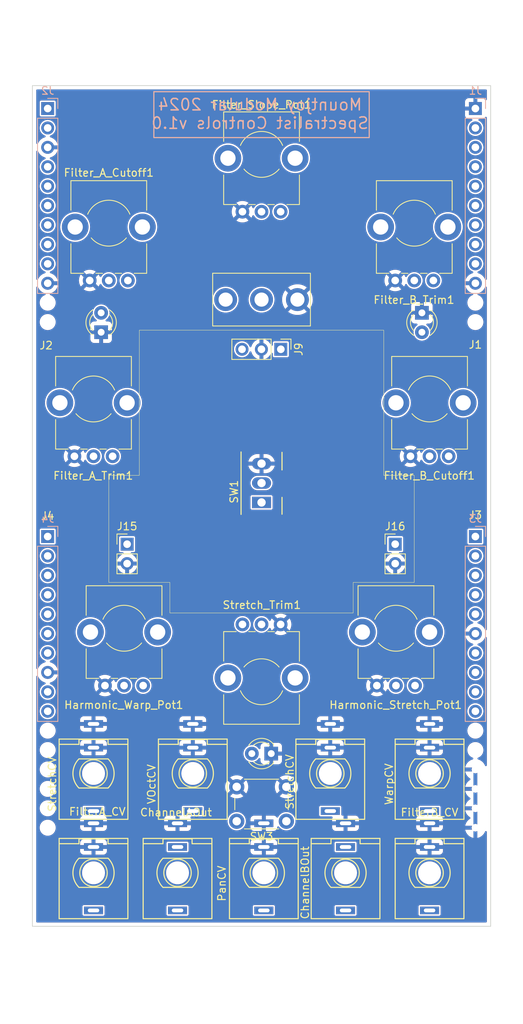
<source format=kicad_pcb>
(kicad_pcb (version 20240108) (generator "pcbnew") (generator_version "8.0")
  (layers (0 "F.Cu" signal) (31 "B.Cu" signal) (34 "B.Paste" user) (35 "F.Paste" user) (36 "B.SilkS" user "B.Silkscreen") (37 "F.SilkS" user "F.Silkscreen") (38 "B.Mask" user) (39 "F.Mask" user) (44 "Edge.Cuts" user))
  (net 0 "")
  (net 1 "GND")
  (net 2 "+3.3VA")
  (net 3 "+3.3V")
  (net 4 "/Filter_A_LED")
  (net 5 "/Filter_B_LED")
  (net 6 "/Octave_LED")
  (net 7 "/Stretch_In")
  (net 8 "/V_Oct_In")
  (net 9 "/Warp_In")
  (net 12 "/Pan_In")
  (net 13 "/Filter_A_In")
  (net 14 "/Filter_B_In")
  (net 15 "/Channel_A_Out")
  (net 16 "/Channel_B_Out")
  (net 17 "/Filter_B_Cutoff")
  (net 18 "/Filter_A_Trim")
  (net 19 "/Filter_A_Cutoff")
  (net 20 "/Harmonic_Mode")
  (net 21 "/Filter_Type")
  (net 22 "/Octave_Btn")
  (net 23 "/Harmonic_Stretch")
  (net 24 "/Harmonic_Warp")
  (net 25 "/Filter_B_Trim")
  (net 26 "/Filter_Slope")
  (net 27 "/Stretch_Trim")
  (net 28 "+12V")
  (net 29 "/LED_SCL")
  (net 30 "/LED_SDA")
  (net 33 "/Filter_Slope_Pot")
  (net 34 "/Filter_B_Trm")
  (net 35 "/Filter_A_Trm")
  (net 36 "/Filter_A_CV_In")
  (net 37 "/Filter_B_Pot")
  (net 38 "/Filter_B_CV_In")
  (net 39 "/Filter_Mode")
  (net 40 "/I2C5_SCL")
  (net 41 "/Filter_A_Pot")
  (net 42 "/I2C5_SDA")
  (net 45 "/Warp_Mode")
  (net 46 "/Filter_Slope_CV_In")
  (net 47 "/Harm_Stretch_CV_In")
  (net 50 "/Pan_CV_In")
  (net 52 "/Harm_Warp_Pot")
  (net 53 "/Harm_Stretch_Trm")
  (net 55 "/Harm_Warp_CV_In")
  (net 56 "/Harm_Stretch_Pot")
  (net 58 "/LED_Filter_B_Out")
  (net 59 "/LED_Filter_A_Out")
  (net 60 "/LED_Oct_Out")
  (net 64 "/Pitch_CV_In")
  (footprint "Custom_Footprints:Alpha_9mm_Potentiometer_Aligned" (layer "F.Cu") (at 110 68)
    (property "Reference" "Filter_A_Cutoff1" (at 0 -6.6 0) (layer "F.SilkS"))
    (property "Value" "B10k")
    (fp_line (start -4.961 -5.56) (end 4.96 -5.56) (stroke (width 0.12)) (layer "F.SilkS"))
    (fp_line (start -4.961 -1.695) (end -4.961 -5.56) (stroke (width 0.12)) (layer "F.SilkS"))
    (fp_line (start -4.961 6.56) (end -4.961 2.694) (stroke (width 0.12)) (layer "F.SilkS"))
    (fp_line (start -4.961 6.56) (end -3.325 6.56) (stroke (width 0.12)) (layer "F.SilkS"))
    (fp_line (start -1.675 6.56) (end -0.825 6.56) (stroke (width 0.12)) (layer "F.SilkS"))
    (fp_line (start 0.825 6.56) (end 1.675 6.56) (stroke (width 0.12)) (layer "F.SilkS"))
    (fp_line (start 3.325 6.56) (end 4.96 6.56) (stroke (width 0.12)) (layer "F.SilkS"))
    (fp_line (start 4.96 -1.695) (end 4.96 -5.56) (stroke (width 0.12)) (layer "F.SilkS"))
    (fp_line (start 4.96 6.56) (end 4.96 2.694) (stroke (width 0.12)) (layer "F.SilkS"))
    (fp_arc (start -2.762432 -1.171982) (mid -0.000553 -3.000762) (end 2.762 -1.173) (stroke (width 0.12)) (layer "F.SilkS"))
    (fp_arc (start 2.297753 1.928295) (mid -0.000192 2.999665) (end -2.298 1.928) (stroke (width 0.12)) (layer "F.SilkS"))
    (pad "" np_thru_hole circle (at -4.4 0.5 90) (size 3.5 3.5) (drill 2) (layers "F&B.Cu" "*.Mask"))
    (pad "" np_thru_hole circle (at 4.4 0.5 90) (size 3.5 3.5) (drill 2) (layers "F&B.Cu" "*.Mask"))
    (pad "1" thru_hole circle (at 2.5 7.5 90) (size 1.8 1.8) (drill 1) (layers "*.Cu" "*.Mask") (net 2 "+3.3VA"))
    (pad "2" thru_hole circle (at 0 7.5 90) (size 1.8 1.8) (drill 1) (layers "*.Cu" "*.Mask") (net 19 "/Filter_A_Cutoff"))
    (pad "3" thru_hole circle (at -2.5 7.5 90) (size 1.8 1.8) (drill 1) (layers "*.Cu" "*.Mask") (net 1 "GND"))
  )
  (footprint "Custom_Footprints:Alpha_9mm_Potentiometer_Aligned" (layer "F.Cu") (at 130 59)
    (property "Reference" "Filter_Slope_Pot1" (at 0 -6.5 0) (layer "F.SilkS"))
    (property "Value" "B10k")
    (fp_line (start -4.961 -5.56) (end 4.96 -5.56) (stroke (width 0.12)) (layer "F.SilkS"))
    (fp_line (start -4.961 -1.695) (end -4.961 -5.56) (stroke (width 0.12)) (layer "F.SilkS"))
    (fp_line (start -4.961 6.56) (end -4.961 2.694) (stroke (width 0.12)) (layer "F.SilkS"))
    (fp_line (start -4.961 6.56) (end -3.325 6.56) (stroke (width 0.12)) (layer "F.SilkS"))
    (fp_line (start -1.675 6.56) (end -0.825 6.56) (stroke (width 0.12)) (layer "F.SilkS"))
    (fp_line (start 0.825 6.56) (end 1.675 6.56) (stroke (width 0.12)) (layer "F.SilkS"))
    (fp_line (start 3.325 6.56) (end 4.96 6.56) (stroke (width 0.12)) (layer "F.SilkS"))
    (fp_line (start 4.96 -1.695) (end 4.96 -5.56) (stroke (width 0.12)) (layer "F.SilkS"))
    (fp_line (start 4.96 6.56) (end 4.96 2.694) (stroke (width 0.12)) (layer "F.SilkS"))
    (fp_arc (start -2.762432 -1.171982) (mid -0.000553 -3.000762) (end 2.762 -1.173) (stroke (width 0.12)) (layer "F.SilkS"))
    (fp_arc (start 2.297753 1.928295) (mid -0.000192 2.999665) (end -2.298 1.928) (stroke (width 0.12)) (layer "F.SilkS"))
    (pad "" np_thru_hole circle (at -4.4 0.5 90) (size 3.5 3.5) (drill 2) (layers "F&B.Cu" "*.Mask"))
    (pad "" np_thru_hole circle (at 4.4 0.5 90) (size 3.5 3.5) (drill 2) (layers "F&B.Cu" "*.Mask"))
    (pad "1" thru_hole circle (at 2.5 7.5 90) (size 1.8 1.8) (drill 1) (layers "*.Cu" "*.Mask") (net 2 "+3.3VA"))
    (pad "2" thru_hole circle (at 0 7.5 90) (size 1.8 1.8) (drill 1) (layers "*.Cu" "*.Mask") (net 26 "/Filter_Slope"))
    (pad "3" thru_hole circle (at -2.5 7.5 90) (size 1.8 1.8) (drill 1) (layers "*.Cu" "*.Mask") (net 1 "GND"))
  )
  (footprint "Custom_Footprints:SPDT_SubMiniature_Aligned" (layer "F.Cu") (at 130 102 90)
    (property "Reference" "SW1" (at -1.14 -3.6 90) (layer "F.SilkS"))
    (property "Value" "Harmonic_Switch")
    (fp_line (start -4.1034 -2.681) (end 4.064 -2.681) (stroke (width 0.15)) (layer "F.SilkS"))
    (fp_line (start 1.714 2.681) (end 4.014 2.681) (stroke (width 0.15)) (layer "F.SilkS"))
    (fp_line (start -4.078 2.681) (end -1.878 2.681) (stroke (width 0.15)) (layer "F.SilkS"))
    (pad "1" thru_hole rect (at -2.54 0 90) (size 1.5 2.5) (drill 1.0922) (layers "*.Cu" "*.Mask") (net 3 "+3.3V"))
    (pad "2" thru_hole oval (at 0 0 90) (size 1.5 2.5) (drill 1.0922) (layers "*.Cu" "*.Mask") (net 20 "/Harmonic_Mode"))
    (pad "3" thru_hole oval (at 2.54 0 90) (size 1.5 2.5) (drill 1.0922) (layers "*.Cu" "*.Mask") (net 1 "GND"))
  )
  (footprint "Custom_Footprints:LED_D3.0mm" (layer "F.Cu") (at 109 81 90)
    (property "Reference" "D1" (hide yes))
    (property "Value" "Filter_A_LED")
    (fp_line (start -1.56 -1.236) (end -1.56 -1.08) (stroke (width 0.12)) (layer "F.SilkS"))
    (fp_line (start -1.56 1.08) (end -1.56 1.236) (stroke (width 0.12)) (layer "F.SilkS"))
    (fp_arc (start -1.56 -1.235516) (mid 0.096487 -1.987659) (end 1.672335 -1.078608) (stroke (width 0.12)) (layer "F.SilkS"))
    (fp_arc (start -1.040961 -1.08) (mid 0.000117 -1.5) (end 1.04113 -1.079837) (stroke (width 0.12)) (layer "F.SilkS"))
    (fp_arc (start 1.672335 1.078608) (mid 0.096487 1.987659) (end -1.56 1.235516) (stroke (width 0.12)) (layer "F.SilkS"))
    (fp_arc (start 1.04113 1.079837) (mid 0.000117 1.5) (end -1.040961 1.08) (stroke (width 0.12)) (layer "F.SilkS"))
    (pad "1" thru_hole rect (at -1.27 0 90) (size 1.8 1.8) (drill 0.9) (layers "*.Cu" "*.Mask") (net 1 "GND"))
    (pad "2" thru_hole circle (at 1.27 0 90) (size 1.8 1.8) (drill 0.9) (layers "*.Cu" "*.Mask") (net 4 "/Filter_A_LED"))
  )
  (footprint "Custom_Footprints:THONKICONN_hole" (layer "F.Cu") (at 141 153 180)
    (property "Reference" "J13" (hide yes))
    (property "Value" "ChannelBOut" (at 5.3 -1.3 90) (layer "F.SilkS"))
    (fp_line (start 4.5 -6) (end 4.5 4.5) (stroke (width 0.15)) (layer "F.SilkS"))
    (fp_line (start 1.905 4.445) (end 1.905 3.81) (stroke (width 0.15)) (layer "F.SilkS"))
    (fp_line (start 1.905 3.81) (end 4.445 3.81) (stroke (width 0.15)) (layer "F.SilkS"))
    (fp_line (start 1.905 1.905) (end -1.905 1.905) (stroke (width 0.15)) (layer "F.SilkS"))
    (fp_line (start -1.905 4.445) (end 1.905 4.445) (stroke (width 0.15)) (layer "F.SilkS"))
    (fp_line (start -1.905 3.81) (end -1.905 4.445) (stroke (width 0.15)) (layer "F.SilkS"))
    (fp_line (start -1.905 -1.905) (end 1.905 -1.905) (stroke (width 0.15)) (layer "F.SilkS"))
    (fp_line (start -4.445 3.81) (end -1.905 3.81) (stroke (width 0.15)) (layer "F.SilkS"))
    (fp_line (start -4.5 4.5) (end 4.5 4.5) (stroke (width 0.15)) (layer "F.SilkS"))
    (fp_line (start -4.5 -6) (end 4.5 -6) (stroke (width 0.15)) (layer "F.SilkS"))
    (fp_line (start -4.5 -6) (end -4.5 4.5) (stroke (width 0.15)) (layer "F.SilkS"))
    (fp_arc (start 1.905 -1.905) (mid 2.694077 0) (end 1.905 1.905) (stroke (width 0.15)) (layer "F.SilkS"))
    (fp_arc (start -1.905 1.905) (mid -2.694077 0) (end -1.905 -1.905) (stroke (width 0.15)) (layer "F.SilkS"))
    (fp_circle (center 0 0) (end 1.27 1.27) (stroke (width 0.15)) (fill none) (layer "F.SilkS"))
    (pad "" np_thru_hole circle (at 0 0 180) (size 2.5 2.5) (drill 2.5) (layers "*.Cu" "*.Mask"))
    (pad "1" thru_hole rect (at 0 6.48 180) (size 2.5 1) (drill oval 1.5 0.5) (layers "*.Cu" "*.Mask") (net 1 "GND"))
    (pad "2" thru_hole rect (at 0 3.38 180) (size 2.5 1) (drill oval 1.5 0.5) (layers "*.Cu" "*.Mask"))
    (pad "3" thru_hole rect (at 0 -4.92 180) (size 2.5 1) (drill oval 1.5 0.5) (layers "*.Cu" "*.Mask") (net 16 "/Channel_B_Out"))
  )
  (footprint "Custom_Footprints:Alpha_9mm_Potentiometer_Aligned" (layer "F.Cu") (at 130 128 180)
    (property "Reference" "Stretch_Trim1" (at -0.04 10.04 0) (layer "F.SilkS"))
    (property "Value" "B10k")
    (fp_line (start 4.96 6.56) (end 4.96 2.694) (stroke (width 0.12)) (layer "F.SilkS"))
    (fp_line (start 4.96 -1.695) (end 4.96 -5.56) (stroke (width 0.12)) (layer "F.SilkS"))
    (fp_line (start 3.325 6.56) (end 4.96 6.56) (stroke (width 0.12)) (layer "F.SilkS"))
    (fp_line (start 0.825 6.56) (end 1.675 6.56) (stroke (width 0.12)) (layer "F.SilkS"))
    (fp_line (start -1.675 6.56) (end -0.825 6.56) (stroke (width 0.12)) (layer "F.SilkS"))
    (fp_line (start -4.961 6.56) (end -3.325 6.56) (stroke (width 0.12)) (layer "F.SilkS"))
    (fp_line (start -4.961 6.56) (end -4.961 2.694) (stroke (width 0.12)) (layer "F.SilkS"))
    (fp_line (start -4.961 -1.695) (end -4.961 -5.56) (stroke (width 0.12)) (layer "F.SilkS"))
    (fp_line (start -4.961 -5.56) (end 4.96 -5.56) (stroke (width 0.12)) (layer "F.SilkS"))
    (fp_arc (start 2.297753 1.928295) (mid -0.000192 2.999665) (end -2.298 1.928) (stroke (width 0.12)) (layer "F.SilkS"))
    (fp_arc (start -2.762432 -1.171982) (mid -0.000553 -3.000762) (end 2.762 -1.173) (stroke (width 0.12)) (layer "F.SilkS"))
    (pad "" np_thru_hole circle (at -4.4 0.5 270) (size 3.5 3.5) (drill 2) (layers "F&B.Cu" "*.Mask"))
    (pad "" np_thru_hole circle (at 4.4 0.5 270) (size 3.5 3.5) (drill 2) (layers "F&B.Cu" "*.Mask"))
    (pad "1" thru_hole circle (at 2.5 7.5 270) (size 1.8 1.8) (drill 1) (layers "*.Cu" "*.Mask") (net 2 "+3.3VA"))
    (pad "2" thru_hole circle (at 0 7.5 270) (size 1.8 1.8) (drill 1) (layers "*.Cu" "*.Mask") (net 27 "/Stretch_Trim"))
    (pad "3" thru_hole circle (at -2.5 7.5 270) (size 1.8 1.8) (drill 1) (layers "*.Cu" "*.Mask") (net 1 "GND"))
  )
  (footprint "Custom_Footprints:THONKICONN_hole" (layer "F.Cu") (at 108 153 180)
    (property "Reference" "J10" (hide yes))
    (property "Value" "FilterA_CV" (at -0.5 8 0) (layer "F.SilkS"))
    (fp_line (start 4.5 -6) (end 4.5 4.5) (stroke (width 0.15)) (layer "F.SilkS"))
    (fp_line (start 1.905 4.445) (end 1.905 3.81) (stroke (width 0.15)) (layer "F.SilkS"))
    (fp_line (start 1.905 3.81) (end 4.445 3.81) (stroke (width 0.15)) (layer "F.SilkS"))
    (fp_line (start 1.905 1.905) (end -1.905 1.905) (stroke (width 0.15)) (layer "F.SilkS"))
    (fp_line (start -1.905 4.445) (end 1.905 4.445) (stroke (width 0.15)) (layer "F.SilkS"))
    (fp_line (start -1.905 3.81) (end -1.905 4.445) (stroke (width 0.15)) (layer "F.SilkS"))
    (fp_line (start -1.905 -1.905) (end 1.905 -1.905) (stroke (width 0.15)) (layer "F.SilkS"))
    (fp_line (start -4.445 3.81) (end -1.905 3.81) (stroke (width 0.15)) (layer "F.SilkS"))
    (fp_line (start -4.5 4.5) (end 4.5 4.5) (stroke (width 0.15)) (layer "F.SilkS"))
    (fp_line (start -4.5 -6) (end 4.5 -6) (stroke (width 0.15)) (layer "F.SilkS"))
    (fp_line (start -4.5 -6) (end -4.5 4.5) (stroke (width 0.15)) (layer "F.SilkS"))
    (fp_arc (start 1.905 -1.905) (mid 2.694077 0) (end 1.905 1.905) (stroke (width 0.15)) (layer "F.SilkS"))
    (fp_arc (start -1.905 1.905) (mid -2.694077 0) (end -1.905 -1.905) (stroke (width 0.15)) (layer "F.SilkS"))
    (fp_circle (center 0 0) (end 1.27 1.27) (stroke (width 0.15)) (fill none) (layer "F.SilkS"))
    (pad "" np_thru_hole circle (at 0 0 180) (size 2.5 2.5) (drill 2.5) (layers "*.Cu" "*.Mask"))
    (pad "1" thru_hole rect (at 0 6.48 180) (size 2.5 1) (drill oval 1.5 0.5) (layers "*.Cu" "*.Mask") (net 1 "GND"))
    (pad "2" thru_hole rect (at 0 3.38 180) (size 2.5 1) (drill oval 1.5 0.5) (layers "*.Cu" "*.Mask") (net 1 "GND"))
    (pad "3" thru_hole rect (at 0 -4.92 180) (size 2.5 1) (drill oval 1.5 0.5) (layers "*.Cu" "*.Mask") (net 13 "/Filter_A_In"))
  )
  (footprint "Custom_Footprints:THONKICONN_hole" (layer "F.Cu") (at 139 140 180)
    (property "Reference" "J14" (hide yes))
    (property "Value" "StretchCV" (at 5.3 -1.1 90) (layer "F.SilkS"))
    (fp_line (start 4.5 -6) (end 4.5 4.5) (stroke (width 0.15)) (layer "F.SilkS"))
    (fp_line (start 1.905 4.445) (end 1.905 3.81) (stroke (width 0.15)) (layer "F.SilkS"))
    (fp_line (start 1.905 3.81) (end 4.445 3.81) (stroke (width 0.15)) (layer "F.SilkS"))
    (fp_line (start 1.905 1.905) (end -1.905 1.905) (stroke (width 0.15)) (layer "F.SilkS"))
    (fp_line (start -1.905 4.445) (end 1.905 4.445) (stroke (width 0.15)) (layer "F.SilkS"))
    (fp_line (start -1.905 3.81) (end -1.905 4.445) (stroke (width 0.15)) (layer "F.SilkS"))
    (fp_line (start -1.905 -1.905) (end 1.905 -1.905) (stroke (width 0.15)) (layer "F.SilkS"))
    (fp_line (start -4.445 3.81) (end -1.905 3.81) (stroke (width 0.15)) (layer "F.SilkS"))
    (fp_line (start -4.5 4.5) (end 4.5 4.5) (stroke (width 0.15)) (layer "F.SilkS"))
    (fp_line (start -4.5 -6) (end 4.5 -6) (stroke (width 0.15)) (layer "F.SilkS"))
    (fp_line (start -4.5 -6) (end -4.5 4.5) (stroke (width 0.15)) (layer "F.SilkS"))
    (fp_arc (start 1.905 -1.905) (mid 2.694077 0) (end 1.905 1.905) (stroke (width 0.15)) (layer "F.SilkS"))
    (fp_arc (start -1.905 1.905) (mid -2.694077 0) (end -1.905 -1.905) (stroke (width 0.15)) (layer "F.SilkS"))
    (fp_circle (center 0 0) (end 1.27 1.27) (stroke (width 0.15)) (fill none) (layer "F.SilkS"))
    (pad "" np_thru_hole circle (at 0 0 180) (size 2.5 2.5) (drill 2.5) (layers "*.Cu" "*.Mask"))
    (pad "1" thru_hole rect (at 0 6.48 180) (size 2.5 1) (drill oval 1.5 0.5) (layers "*.Cu" "*.Mask") (net 1 "GND"))
    (pad "2" thru_hole rect (at 0 3.38 180) (size 2.5 1) (drill oval 1.5 0.5) (layers "*.Cu" "*.Mask") (net 1 "GND"))
    (pad "3" thru_hole rect (at 0 -4.92 180) (size 2.5 1) (drill oval 1.5 0.5) (layers "*.Cu" "*.Mask") (net 7 "/Stretch_In"))
  )
  (footprint "Custom_Footprints:Alpha_9mm_Potentiometer_Aligned" (layer "F.Cu") (at 108 91)
    (property "Reference" "Filter_A_Trim1" (at -0.04 10.04 0) (layer "F.SilkS"))
    (property "Value" "B10k")
    (fp_line (start -4.961 -5.56) (end 4.96 -5.56) (stroke (width 0.12)) (layer "F.SilkS"))
    (fp_line (start -4.961 -1.695) (end -4.961 -5.56) (stroke (width 0.12)) (layer "F.SilkS"))
    (fp_line (start -4.961 6.56) (end -4.961 2.694) (stroke (width 0.12)) (layer "F.SilkS"))
    (fp_line (start -4.961 6.56) (end -3.325 6.56) (stroke (width 0.12)) (layer "F.SilkS"))
    (fp_line (start -1.675 6.56) (end -0.825 6.56) (stroke (width 0.12)) (layer "F.SilkS"))
    (fp_line (start 0.825 6.56) (end 1.675 6.56) (stroke (width 0.12)) (layer "F.SilkS"))
    (fp_line (start 3.325 6.56) (end 4.96 6.56) (stroke (width 0.12)) (layer "F.SilkS"))
    (fp_line (start 4.96 -1.695) (end 4.96 -5.56) (stroke (width 0.12)) (layer "F.SilkS"))
    (fp_line (start 4.96 6.56) (end 4.96 2.694) (stroke (width 0.12)) (layer "F.SilkS"))
    (fp_arc (start -2.762432 -1.171982) (mid -0.000553 -3.000762) (end 2.762 -1.173) (stroke (width 0.12)) (layer "F.SilkS"))
    (fp_arc (start 2.297753 1.928295) (mid -0.000192 2.999665) (end -2.298 1.928) (stroke (width 0.12)) (layer "F.SilkS"))
    (pad "" np_thru_hole circle (at -4.4 0.5 90) (size 3.5 3.5) (drill 2) (layers "F&B.Cu" "*.Mask"))
    (pad "" np_thru_hole circle (at 4.4 0.5 90) (size 3.5 3.5) (drill 2) (layers "F&B.Cu" "*.Mask"))
    (pad "1" thru_hole circle (at 2.5 7.5 90) (size 1.8 1.8) (drill 1) (layers "*.Cu" "*.Mask") (net 2 "+3.3VA"))
    (pad "2" thru_hole circle (at 0 7.5 90) (size 1.8 1.8) (drill 1) (layers "*.Cu" "*.Mask") (net 18 "/Filter_A_Trim"))
    (pad "3" thru_hole circle (at -2.5 7.5 90) (size 1.8 1.8) (drill 1) (layers "*.Cu" "*.Mask") (net 1 "GND"))
  )
  (footprint "Custom_Footprints:LED_D3.0mm" (layer "F.Cu") (at 130 137.4 180)
    (property "Reference" "D3" (hide yes))
    (property "Value" "OctLED")
    (fp_line (start -1.56 1.08) (end -1.56 1.236) (stroke (width 0.12)) (layer "F.SilkS"))
    (fp_line (start -1.56 -1.236) (end -1.56 -1.08) (stroke (width 0.12)) (layer "F.SilkS"))
    (fp_arc (start 1.672335 1.078608) (mid 0.096487 1.987659) (end -1.56 1.235516) (stroke (width 0.12)) (layer "F.SilkS"))
    (fp_arc (start 1.04113 1.079837) (mid 0.000117 1.5) (end -1.040961 1.08) (stroke (width 0.12)) (layer "F.SilkS"))
    (fp_arc (start -1.040961 -1.08) (mid 0.000117 -1.5) (end 1.04113 -1.079837) (stroke (width 0.12)) (layer "F.SilkS"))
    (fp_arc (start -1.56 -1.235516) (mid 0.096487 -1.987659) (end 1.672335 -1.078608) (stroke (width 0.12)) (layer "F.SilkS"))
    (pad "1" thru_hole rect (at -1.27 0 180) (size 1.8 1.8) (drill 0.9) (layers "*.Cu" "*.Mask") (net 1 "GND"))
    (pad "2" thru_hole circle (at 1.27 0 180) (size 1.8 1.8) (drill 0.9) (layers "*.Cu" "*.Mask") (net 6 "/Octave_LED"))
  )
  (footprint "Custom_Footprints:THONKICONN_hole" (layer "F.Cu") (at 121 140 180)
    (property "Reference" "J6" (hide yes))
    (property "Value" "VOctCV" (at 5.4 -1.4 90) (layer "F.SilkS"))
    (fp_line (start 4.5 -6) (end 4.5 4.5) (stroke (width 0.15)) (layer "F.SilkS"))
    (fp_line (start 1.905 4.445) (end 1.905 3.81) (stroke (width 0.15)) (layer "F.SilkS"))
    (fp_line (start 1.905 3.81) (end 4.445 3.81) (stroke (width 0.15)) (layer "F.SilkS"))
    (fp_line (start 1.905 1.905) (end -1.905 1.905) (stroke (width 0.15)) (layer "F.SilkS"))
    (fp_line (start -1.905 4.445) (end 1.905 4.445) (stroke (width 0.15)) (layer "F.SilkS"))
    (fp_line (start -1.905 3.81) (end -1.905 4.445) (stroke (width 0.15)) (layer "F.SilkS"))
    (fp_line (start -1.905 -1.905) (end 1.905 -1.905) (stroke (width 0.15)) (layer "F.SilkS"))
    (fp_line (start -4.445 3.81) (end -1.905 3.81) (stroke (width 0.15)) (layer "F.SilkS"))
    (fp_line (start -4.5 4.5) (end 4.5 4.5) (stroke (width 0.15)) (layer "F.SilkS"))
    (fp_line (start -4.5 -6) (end 4.5 -6) (stroke (width 0.15)) (layer "F.SilkS"))
    (fp_line (start -4.5 -6) (end -4.5 4.5) (stroke (width 0.15)) (layer "F.SilkS"))
    (fp_arc (start 1.905 -1.905) (mid 2.694077 0) (end 1.905 1.905) (stroke (width 0.15)) (layer "F.SilkS"))
    (fp_arc (start -1.905 1.905) (mid -2.694077 0) (end -1.905 -1.905) (stroke (width 0.15)) (layer "F.SilkS"))
    (fp_circle (center 0 0) (end 1.27 1.27) (stroke (width 0.15)) (fill none) (layer "F.SilkS"))
    (pad "" np_thru_hole circle (at 0 0 180) (size 2.5 2.5) (drill 2.5) (layers "*.Cu" "*.Mask"))
    (pad "1" thru_hole rect (at 0 6.48 180) (size 2.5 1) (drill oval 1.5 0.5) (layers "*.Cu" "*.Mask") (net 1 "GND"))
    (pad "2" thru_hole rect (at 0 3.38 180) (size 2.5 1) (drill oval 1.5 0.5) (layers "*.Cu" "*.Mask") (net 1 "GND"))
    (pad "3" thru_hole rect (at 0 -4.92 180) (size 2.5 1) (drill oval 1.5 0.5) (layers "*.Cu" "*.Mask") (net 8 "/V_Oct_In"))
  )
  (footprint "Custom_Footprints:Alpha_9mm_Potentiometer_Aligned" (layer "F.Cu") (at 150 68)
    (property "Reference" "Filter_B_Trim1" (at -0.04 10.04 0) (layer "F.SilkS"))
    (property "Value" "B10k")
    (fp_line (start -4.961 -5.56) (end 4.96 -5.56) (stroke (width 0.12)) (layer "F.SilkS"))
    (fp_line (start -4.961 -1.695) (end -4.961 -5.56) (stroke (width 0.12)) (layer "F.SilkS"))
    (fp_line (start -4.961 6.56) (end -4.961 2.694) (stroke (width 0.12)) (layer "F.SilkS"))
    (fp_line (start -4.961 6.56) (end -3.325 6.56) (stroke (width 0.12)) (layer "F.SilkS"))
    (fp_line (start -1.675 6.56) (end -0.825 6.56) (stroke (width 0.12)) (layer "F.SilkS"))
    (fp_line (start 0.825 6.56) (end 1.675 6.56) (stroke (width 0.12)) (layer "F.SilkS"))
    (fp_line (start 3.325 6.56) (end 4.96 6.56) (stroke (width 0.12)) (layer "F.SilkS"))
    (fp_line (start 4.96 -1.695) (end 4.96 -5.56) (stroke (width 0.12)) (layer "F.SilkS"))
    (fp_line (start 4.96 6.56) (end 4.96 2.694) (stroke (width 0.12)) (layer "F.SilkS"))
    (fp_arc (start -2.762432 -1.171982) (mid -0.000553 -3.000762) (end 2.762 -1.173) (stroke (width 0.12)) (layer "F.SilkS"))
    (fp_arc (start 2.297753 1.928295) (mid -0.000192 2.999665) (end -2.298 1.928) (stroke (width 0.12)) (layer "F.SilkS"))
    (pad "" np_thru_hole circle (at -4.4 0.5 90) (size 3.5 3.5) (drill 2) (layers "F&B.Cu" "*.Mask"))
    (pad "" np_thru_hole circle (at 4.4 0.5 90) (size 3.5 3.5) (drill 2) (layers "F&B.Cu" "*.Mask"))
    (pad "1" thru_hole circle (at 2.5 7.5 90) (size 1.8 1.8) (drill 1) (layers "*.Cu" "*.Mask") (net 2 "+3.3VA"))
    (pad "2" thru_hole circle (at 0 7.5 90) (size 1.8 1.8) (drill 1) (layers "*.Cu" "*.Mask") (net 25 "/Filter_B_Trim"))
    (pad "3" thru_hole circle (at -2.5 7.5 90) (size 1.8 1.8) (drill 1) (layers "*.Cu" "*.Mask") (net 1 "GND"))
  )
  (footprint "Connector_PinHeader_2.54mm:PinHeader_1x02_P2.54mm_Vertical" (layer "F.Cu") (at 147.5 110)
    (property "Reference" "J16" (at 0 -2.33 0) (layer "F.SilkS"))
    (property "Value" "Conn_01x02_Pin")
    (fp_line (start -1.33 -1.33) (end 0 -1.33) (stroke (width 0.12)) (layer "F.SilkS"))
    (fp_line (start -1.33 0) (end -1.33 -1.33) (stroke (width 0.12)) (layer "F.SilkS"))
    (fp_line (start -1.33 1.27) (end -1.33 3.87) (stroke (width 0.12)) (layer "F.SilkS"))
    (fp_line (start -1.33 1.27) (end 1.33 1.27) (stroke (width 0.12)) (layer "F.SilkS"))
    (fp_line (start -1.33 3.87) (end 1.33 3.87) (stroke (width 0.12)) (layer "F.SilkS"))
    (fp_line (start 1.33 1.27) (end 1.33 3.87) (stroke (width 0.12)) (layer "F.SilkS"))
    (pad "1" thru_hole rect (at 0 0) (size 1.7 1.7) (drill 1) (layers "*.Cu" "*.Mask") (net 3 "+3.3V"))
    (pad "2" thru_hole oval (at 0 2.54) (size 1.7 1.7) (drill 1) (layers "*.Cu" "*.Mask") (net 1 "GND"))
  )
  (footprint "Custom_Footprints:Alpha_9mm_Potentiometer_Aligned" (layer "F.Cu") (at 152 91)
    (property "Reference" "Filter_B_Cutoff1" (at -0.04 10.04 0) (layer "F.SilkS"))
    (property "Value" "B10k")
    (fp_line (start -4.961 -5.56) (end 4.96 -5.56) (stroke (width 0.12)) (layer "F.SilkS"))
    (fp_line (start -4.961 -1.695) (end -4.961 -5.56) (stroke (width 0.12)) (layer "F.SilkS"))
    (fp_line (start -4.961 6.56) (end -4.961 2.694) (stroke (width 0.12)) (layer "F.SilkS"))
    (fp_line (start -4.961 6.56) (end -3.325 6.56) (stroke (width 0.12)) (layer "F.SilkS"))
    (fp_line (start -1.675 6.56) (end -0.825 6.56) (stroke (width 0.12)) (layer "F.SilkS"))
    (fp_line (start 0.825 6.56) (end 1.675 6.56) (stroke (width 0.12)) (layer "F.SilkS"))
    (fp_line (start 3.325 6.56) (end 4.96 6.56) (stroke (width 0.12)) (layer "F.SilkS"))
    (fp_line (start 4.96 -1.695) (end 4.96 -5.56) (stroke (width 0.12)) (layer "F.SilkS"))
    (fp_line (start 4.96 6.56) (end 4.96 2.694) (stroke (width 0.12)) (layer "F.SilkS"))
    (fp_arc (start -2.762432 -1.171982) (mid -0.000553 -3.000762) (end 2.762 -1.173) (stroke (width 0.12)) (layer "F.SilkS"))
    (fp_arc (start 2.297753 1.928295) (mid -0.000192 2.999665) (end -2.298 1.928) (stroke (width 0.12)) (layer "F.SilkS"))
    (pad "" np_thru_hole circle (at -4.4 0.5 90) (size 3.5 3.5) (drill 2) (layers "F&B.Cu" "*.Mask"))
    (pad "" np_thru_hole circle (at 4.4 0.5 90) (size 3.5 3.5) (drill 2) (layers "F&B.Cu" "*.Mask"))
    (pad "1" thru_hole circle (at 2.5 7.5 90) (size 1.8 1.8) (drill 1) (layers "*.Cu" "*.Mask") (net 2 "+3.3VA"))
    (pad "2" thru_hole circle (at 0 7.5 90) (size 1.8 1.8) (drill 1) (layers "*.Cu" "*.Mask") (net 17 "/Filter_B_Cutoff"))
    (pad "3" thru_hole circle (at -2.5 7.5 90) (size 1.8 1.8) (drill 1) (layers "*.Cu" "*.Mask") (net 1 "GND"))
  )
  (footprint "Custom_Footprints:Alpha_9mm_Potentiometer_Aligned" (layer "F.Cu") (at 112 121)
    (property "Reference" "Harmonic_Warp_Pot1" (at -0.04 10.04 0) (layer "F.SilkS"))
    (property "Value" "B10k")
    (fp_line (start -4.961 -5.56) (end 4.96 -5.56) (stroke (width 0.12)) (layer "F.SilkS"))
    (fp_line (start -4.961 -1.695) (end -4.961 -5.56) (stroke (width 0.12)) (layer "F.SilkS"))
    (fp_line (start -4.961 6.56) (end -4.961 2.694) (stroke (width 0.12)) (layer "F.SilkS"))
    (fp_line (start -4.961 6.56) (end -3.325 6.56) (stroke (width 0.12)) (layer "F.SilkS"))
    (fp_line (start -1.675 6.56) (end -0.825 6.56) (stroke (width 0.12)) (layer "F.SilkS"))
    (fp_line (start 0.825 6.56) (end 1.675 6.56) (stroke (width 0.12)) (layer "F.SilkS"))
    (fp_line (start 3.325 6.56) (end 4.96 6.56) (stroke (width 0.12)) (layer "F.SilkS"))
    (fp_line (start 4.96 -1.695) (end 4.96 -5.56) (stroke (width 0.12)) (layer "F.SilkS"))
    (fp_line (start 4.96 6.56) (end 4.96 2.694) (stroke (width 0.12)) (layer "F.SilkS"))
    (fp_arc (start -2.762432 -1.171982) (mid -0.000553 -3.000762) (end 2.762 -1.173) (stroke (width 0.12)) (layer "F.SilkS"))
    (fp_arc (start 2.297753 1.928295) (mid -0.000192 2.999665) (end -2.298 1.928) (stroke (width 0.12)) (layer "F.SilkS"))
    (pad "" np_thru_hole circle (at -4.4 0.5 90) (size 3.5 3.5) (drill 2) (layers "F&B.Cu" "*.Mask"))
    (pad "" np_thru_hole circle (at 4.4 0.5 90) (size 3.5 3.5) (drill 2) (layers "F&B.Cu" "*.Mask"))
    (pad "1" thru_hole circle (at 2.5 7.5 90) (size 1.8 1.8) (drill 1) (layers "*.Cu" "*.Mask") (net 2 "+3.3VA"))
    (pad "2" thru_hole circle (at 0 7.5 90) (size 1.8 1.8) (drill 1) (layers "*.Cu" "*.Mask") (net 24 "/Harmonic_Warp"))
    (pad "3" thru_hole circle (at -2.5 7.5 90) (size 1.8 1.8) (drill 1) (layers "*.Cu" "*.Mask") (net 1 "GND"))
  )
  (footprint "Custom_Footprints:THONKICONN_hole" (layer "F.Cu") (at 108 140 180)
    (property "Reference" "J5" (hide yes))
    (property "Value" "StretchCV" (at 5.4 -1.4 90) (layer "F.SilkS"))
    (fp_line (start 4.5 -6) (end 4.5 4.5) (stroke (width 0.15)) (layer "F.SilkS"))
    (fp_line (start 1.905 4.445) (end 1.905 3.81) (stroke (width 0.15)) (layer "F.SilkS"))
    (fp_line (start 1.905 3.81) (end 4.445 3.81) (stroke (width 0.15)) (layer "F.SilkS"))
    (fp_line (start 1.905 1.905) (end -1.905 1.905) (stroke (width 0.15)) (layer "F.SilkS"))
    (fp_line (start -1.905 4.445) (end 1.905 4.445) (stroke (width 0.15)) (layer "F.SilkS"))
    (fp_line (start -1.905 3.81) (end -1.905 4.445) (stroke (width 0.15)) (layer "F.SilkS"))
    (fp_line (start -1.905 -1.905) (end 1.905 -1.905) (stroke (width 0.15)) (layer "F.SilkS"))
    (fp_line (start -4.445 3.81) (end -1.905 3.81) (stroke (width 0.15)) (layer "F.SilkS"))
    (fp_line (start -4.5 4.5) (end 4.5 4.5) (stroke (width 0.15)) (layer "F.SilkS"))
    (fp_line (start -4.5 -6) (end 4.5 -6) (stroke (width 0.15)) (layer "F.SilkS"))
    (fp_line (start -4.5 -6) (end -4.5 4.5) (stroke (width 0.15)) (layer "F.SilkS"))
    (fp_arc (start 1.905 -1.905) (mid 2.694077 0) (end 1.905 1.905) (stroke (width 0.15)) (layer "F.SilkS"))
    (fp_arc (start -1.905 1.905) (mid -2.694077 0) (end -1.905 -1.905) (stroke (width 0.15)) (layer "F.SilkS"))
    (fp_circle (center 0 0) (end 1.27 1.27) (stroke (width 0.15)) (fill none) (layer "F.SilkS"))
    (pad "" np_thru_hole circle (at 0 0 180) (size 2.5 2.5) (drill 2.5) (layers "*.Cu" "*.Mask"))
    (pad "1" thru_hole rect (at 0 6.48 180) (size 2.5 1) (drill oval 1.5 0.5) (layers "*.Cu" "*.Mask") (net 1 "GND"))
    (pad "2" thru_hole rect (at 0 3.38 180) (size 2.5 1) (drill oval 1.5 0.5) (layers "*.Cu" "*.Mask") (net 1 "GND"))
    (pad "3" thru_hole rect (at 0 -4.92 180) (size 2.5 1) (drill oval 1.5 0.5) (layers "*.Cu" "*.Mask") (net 7 "/Stretch_In"))
  )
  (footprint "Custom_Footprints:SPDT_Miniature" (layer "F.Cu") (at 130 78)
    (property "Reference" "SW2" (hide yes))
    (property "Value" "Filter_Switch")
    (fp_rect (start -6.4 -3.45) (end 6.4 3.45) (stroke (width 0.12)) (fill none) (layer "F.SilkS"))
    (pad "1" thru_hole circle (at -4.7 0) (size 3 3) (drill 1.85) (layers "*.Cu" "*.Mask") (net 3 "+3.3V"))
    (pad "2" thru_hole circle (at 0 0) (size 3 3) (drill 1.85) (layers "*.Cu" "*.Mask") (net 21 "/Filter_Type"))
    (pad "3" thru_hole circle (at 4.7 0) (size 3 3) (drill 1.85) (layers "*.Cu" "*.Mask") (net 1 "GND"))
  )
  (footprint "Custom_Footprints:THONKICONN_hole" (layer "F.Cu") (at 152 140 180)
    (property "Reference" "J7" (hide yes))
    (property "Value" "WarpCV" (at 5.3 -1.4 90) (layer "F.SilkS"))
    (fp_line (start 4.5 -6) (end 4.5 4.5) (stroke (width 0.15)) (layer "F.SilkS"))
    (fp_line (start 1.905 4.445) (end 1.905 3.81) (stroke (width 0.15)) (layer "F.SilkS"))
    (fp_line (start 1.905 3.81) (end 4.445 3.81) (stroke (width 0.15)) (layer "F.SilkS"))
    (fp_line (start 1.905 1.905) (end -1.905 1.905) (stroke (width 0.15)) (layer "F.SilkS"))
    (fp_line (start -1.905 4.445) (end 1.905 4.445) (stroke (width 0.15)) (layer "F.SilkS"))
    (fp_line (start -1.905 3.81) (end -1.905 4.445) (stroke (width 0.15)) (layer "F.SilkS"))
    (fp_line (start -1.905 -1.905) (end 1.905 -1.905) (stroke (width 0.15)) (layer "F.SilkS"))
    (fp_line (start -4.445 3.81) (end -1.905 3.81) (stroke (width 0.15)) (layer "F.SilkS"))
    (fp_line (start -4.5 4.5) (end 4.5 4.5) (stroke (width 0.15)) (layer "F.SilkS"))
    (fp_line (start -4.5 -6) (end 4.5 -6) (stroke (width 0.15)) (layer "F.SilkS"))
    (fp_line (start -4.5 -6) (end -4.5 4.5) (stroke (width 0.15)) (layer "F.SilkS"))
    (fp_arc (start 1.905 -1.905) (mid 2.694077 0) (end 1.905 1.905) (stroke (width 0.15)) (layer "F.SilkS"))
    (fp_arc (start -1.905 1.905) (mid -2.694077 0) (end -1.905 -1.905) (stroke (width 0.15)) (layer "F.SilkS"))
    (fp_circle (center 0 0) (end 1.27 1.27) (stroke (width 0.15)) (fill none) (layer "F.SilkS"))
    (pad "" np_thru_hole circle (at 0 0 180) (size 2.5 2.5) (drill 2.5) (layers "*.Cu" "*.Mask"))
    (pad "1" thru_hole rect (at 0 6.48 180) (size 2.5 1) (drill oval 1.5 0.5) (layers "*.Cu" "*.Mask") (net 1 "GND"))
    (pad "2" thru_hole rect (at 0 3.38 180) (size 2.5 1) (drill oval 1.5 0.5) (layers "*.Cu" "*.Mask") (net 1 "GND"))
    (pad "3" thru_hole rect (at 0 -4.92 180) (size 2.5 1) (drill oval 1.5 0.5) (layers "*.Cu" "*.Mask") (net 9 "/Warp_In"))
  )
  (footprint "Connector_PinHeader_2.54mm:PinHeader_1x02_P2.54mm_Vertical" (layer "F.Cu") (at 112.4 110)
    (property "Reference" "J15" (at 0 -2.33 0) (layer "F.SilkS"))
    (property "Value" "Conn_01x02_Pin")
    (fp_line (start -1.33 -1.33) (end 0 -1.33) (stroke (width 0.12)) (layer "F.SilkS"))
    (fp_line (start -1.33 0) (end -1.33 -1.33) (stroke (width 0.12)) (layer "F.SilkS"))
    (fp_line (start -1.33 1.27) (end -1.33 3.87) (stroke (width 0.12)) (layer "F.SilkS"))
    (fp_line (start -1.33 1.27) (end 1.33 1.27) (stroke (width 0.12)) (layer "F.SilkS"))
    (fp_line (start -1.33 3.87) (end 1.33 3.87) (stroke (width 0.12)) (layer "F.SilkS"))
    (fp_line (start 1.33 1.27) (end 1.33 3.87) (stroke (width 0.12)) (layer "F.SilkS"))
    (pad "1" thru_hole rect (at 0 0) (size 1.7 1.7) (drill 1) (layers "*.Cu" "*.Mask") (net 28 "+12V"))
    (pad "2" thru_hole oval (at 0 2.54) (size 1.7 1.7) (drill 1) (layers "*.Cu" "*.Mask") (net 1 "GND"))
  )
  (footprint "Custom_Footprints:THONKICONN_hole" (layer "F.Cu") (at 130.3 153 180)
    (property "Reference" "J8" (hide yes))
    (property "Value" "PanCV" (at 5.5 -1.4 90) (layer "F.SilkS"))
    (fp_line (start 4.5 -6) (end 4.5 4.5) (stroke (width 0.15)) (layer "F.SilkS"))
    (fp_line (start 1.905 4.445) (end 1.905 3.81) (stroke (width 0.15)) (layer "F.SilkS"))
    (fp_line (start 1.905 3.81) (end 4.445 3.81) (stroke (width 0.15)) (layer "F.SilkS"))
    (fp_line (start 1.905 1.905) (end -1.905 1.905) (stroke (width 0.15)) (layer "F.SilkS"))
    (fp_line (start -1.905 4.445) (end 1.905 4.445) (stroke (width 0.15)) (layer "F.SilkS"))
    (fp_line (start -1.905 3.81) (end -1.905 4.445) (stroke (width 0.15)) (layer "F.SilkS"))
    (fp_line (start -1.905 -1.905) (end 1.905 -1.905) (stroke (width 0.15)) (layer "F.SilkS"))
    (fp_line (start -4.445 3.81) (end -1.905 3.81) (stroke (width 0.15)) (layer "F.SilkS"))
    (fp_line (start -4.5 4.5) (end 4.5 4.5) (stroke (width 0.15)) (layer "F.SilkS"))
    (fp_line (start -4.5 -6) (end 4.5 -6) (stroke (width 0.15)) (layer "F.SilkS"))
    (fp_line (start -4.5 -6) (end -4.5 4.5) (stroke (width 0.15)) (layer "F.SilkS"))
    (fp_arc (start 1.905 -1.905) (mid 2.694077 0) (end 1.905 1.905) (stroke (width 0.15)) (layer "F.SilkS"))
    (fp_arc (start -1.905 1.905) (mid -2.694077 0) (end -1.905 -1.905) (stroke (width 0.15)) (layer "F.SilkS"))
    (fp_circle (center 0 0) (end 1.27 1.27) (stroke (width 0.15)) (fill none) (layer "F.SilkS"))
    (pad "" np_thru_hole circle (at 0 0 180) (size 2.5 2.5) (drill 2.5) (layers "*.Cu" "*.Mask"))
    (pad "1" thru_hole rect (at 0 6.48 180) (size 2.5 1) (drill oval 1.5 0.5) (layers "*.Cu" "*.Mask") (net 1 "GND"))
    (pad "2" thru_hole rect (at 0 3.38 180) (size 2.5 1) (drill oval 1.5 0.5) (layers "*.Cu" "*.Mask") (net 1 "GND"))
    (pad "3" thru_hole rect (at 0 -4.92 180) (size 2.5 1) (drill oval 1.5 0.5) (layers "*.Cu" "*.Mask") (net 12 "/Pan_In"))
  )
  (footprint "Custom_Footprints:SW_PUSH_6mm_aligned" (layer "F.Cu") (at 130 144 180)
    (property "Reference" "SW3" (at 0 -4.25 0) (layer "F.SilkS"))
    (property "Value" "B_Octave")
    (fp_line (start 3.5 0.75) (end 3.5 -0.75) (stroke (width 0.12)) (layer "F.SilkS"))
    (fp_line (start 2.25 -3.25) (end -2.25 -3.25) (stroke (width 0.12)) (layer "F.SilkS"))
    (fp_line (start -2.25 3.25) (end 2.25 3.25) (stroke (width 0.12)) (layer "F.SilkS"))
    (fp_line (start -3.5 -0.75) (end -3.5 0.75) (stroke (width 0.12)) (layer "F.SilkS"))
    (pad "1" thru_hole circle (at -3.25 -2.25 270) (size 2 2) (drill 1.1) (layers "*.Cu" "*.Mask") (net 22 "/Octave_Btn"))
    (pad "1" thru_hole circle (at 3.25 -2.25 270) (size 2 2) (drill 1.1) (layers "*.Cu" "*.Mask") (net 22 "/Octave_Btn"))
    (pad "2" thru_hole circle (at -3.25 2.25 270) (size 2 2) (drill 1.1) (layers "*.Cu" "*.Mask") (net 1 "GND"))
    (pad "2" thru_hole circle (at 3.25 2.25 270) (size 2 2) (drill 1.1) (layers "*.Cu" "*.Mask") (net 1 "GND"))
  )
  (footprint "Custom_Footprints:Alpha_9mm_Potentiometer_Aligned" (layer "F.Cu") (at 147.6 121)
    (property "Reference" "Harmonic_Stretch_Pot1" (at -0.04 10.04 0) (layer "F.SilkS"))
    (property "Value" "B10k")
    (fp_line (start -4.961 -5.56) (end 4.96 -5.56) (stroke (width 0.12)) (layer "F.SilkS"))
    (fp_line (start -4.961 -1.695) (end -4.961 -5.56) (stroke (width 0.12)) (layer "F.SilkS"))
    (fp_line (start -4.961 6.56) (end -4.961 2.694) (stroke (width 0.12)) (layer "F.SilkS"))
    (fp_line (start -4.961 6.56) (end -3.325 6.56) (stroke (width 0.12)) (layer "F.SilkS"))
    (fp_line (start -1.675 6.56) (end -0.825 6.56) (stroke (width 0.12)) (layer "F.SilkS"))
    (fp_line (start 0.825 6.56) (end 1.675 6.56) (stroke (width 0.12)) (layer "F.SilkS"))
    (fp_line (start 3.325 6.56) (end 4.96 6.56) (stroke (width 0.12)) (layer "F.SilkS"))
    (fp_line (start 4.96 -1.695) (end 4.96 -5.56) (stroke (width 0.12)) (layer "F.SilkS"))
    (fp_line (start 4.96 6.56) (end 4.96 2.694) (stroke (width 0.12)) (layer "F.SilkS"))
    (fp_arc (start -2.762432 -1.171982) (mid -0.000553 -3.000762) (end 2.762 -1.173) (stroke (width 0.12)) (layer "F.SilkS"))
    (fp_arc (start 2.297753 1.928295) (mid -0.000192 2.999665) (end -2.298 1.928) (stroke (width 0.12)) (layer "F.SilkS"))
    (pad "" np_thru_hole circle (at -4.4 0.5 90) (size 3.5 3.5) (drill 2) (layers "F&B.Cu" "*.Mask"))
    (pad "" np_thru_hole circle (at 4.4 0.5 90) (size 3.5 3.5) (drill 2) (layers "F&B.Cu" "*.Mask"))
    (pad "1" thru_hole circle (at 2.5 7.5 90) (size 1.8 1.8) (drill 1) (layers "*.Cu" "*.Mask") (net 2 "+3.3VA"))
    (pad "2" thru_hole circle (at 0 7.5 90) (size 1.8 1.8) (drill 1) (layers "*.Cu" "*.Mask") (net 23 "/Harmonic_Stretch"))
    (pad "3" thru_hole circle (at -2.5 7.5 90) (size 1.8 1.8) (drill 1) (layers "*.Cu" "*.Mask") (net 1 "GND"))
  )
  (footprint "Connector_PinHeader_2.54mm:PinHeader_1x03_P2.54mm_Vertical" (layer "F.Cu") (at 132.525 84.5 -90)
    (property "Reference" "J9" (at 0 -2.33 90) (layer "F.SilkS"))
    (property "Value" "Conn_01x03_Pin")
    (fp_line (start -1.33 6.41) (end 1.33 6.41) (stroke (width 0.12)) (layer "F.SilkS"))
    (fp_line (start -1.33 1.27) (end -1.33 6.41) (stroke (width 0.12)) (layer "F.SilkS"))
    (fp_line (start -1.33 1.27) (end 1.33 1.27) (stroke (width 0.12)) (layer "F.SilkS"))
    (fp_line (start 1.33 1.27) (end 1.33 6.41) (stroke (width 0.12)) (layer "F.SilkS"))
    (fp_line (start -1.33 0) (end -1.33 -1.33) (stroke (width 0.12)) (layer "F.SilkS"))
    (fp_line (start -1.33 -1.33) (end 0 -1.33) (stroke (width 0.12)) (layer "F.SilkS"))
    (pad "1" thru_hole rect (at 0 0 270) (size 1.7 1.7) (drill 1) (layers "*.Cu" "*.Mask") (net 29 "/LED_SCL"))
    (pad "2" thru_hole oval (at 0 2.54 270) (size 1.7 1.7) (drill 1) (layers "*.Cu" "*.Mask") (net 1 "GND"))
    (pad "3" thru_hole oval (at 0 5.08 270) (size 1.7 1.7) (drill 1) (layers "*.Cu" "*.Mask") (net 30 "/LED_SDA"))
  )
  (footprint "Custom_Footprints:LED_D3.0mm" (layer "F.Cu") (at 151 81 -90)
    (property "Reference" "D2" (hide yes))
    (property "Value" "Filter_B_LED")
    (fp_line (start -1.56 1.08) (end -1.56 1.236) (stroke (width 0.12)) (layer "F.SilkS"))
    (fp_line (start -1.56 -1.236) (end -1.56 -1.08) (stroke (width 0.12)) (layer "F.SilkS"))
    (fp_arc (start 1.04113 1.079837) (mid 0.000117 1.5) (end -1.040961 1.08) (stroke (width 0.12)) (layer "F.SilkS"))
    (fp_arc (start 1.672335 1.078608) (mid 0.096487 1.987659) (end -1.56 1.235516) (stroke (width 0.12)) (layer "F.SilkS"))
    (fp_arc (start -1.040961 -1.08) (mid 0.000117 -1.5) (end 1.04113 -1.079837) (stroke (width 0.12)) (layer "F.SilkS"))
    (fp_arc (start -1.56 -1.235516) (mid 0.096487 -1.987659) (end 1.672335 -1.078608) (stroke (width 0.12)) (layer "F.SilkS"))
    (pad "1" thru_hole rect (at -1.27 0 270) (size 1.8 1.8) (drill 0.9) (layers "*.Cu" "*.Mask") (net 1 "GND"))
    (pad "2" thru_hole circle (at 1.27 0 270) (size 1.8 1.8) (drill 0.9) (layers "*.Cu" "*.Mask") (net 5 "/Filter_B_LED"))
  )
  (footprint "Custom_Footprints:THONKICONN_hole" (layer "F.Cu") (at 152 153 180)
    (property "Reference" "J11" (hide yes))
    (property "Value" "FilterB_CV" (at 0 7.9 180) (layer "F.SilkS"))
    (fp_line (start 4.5 -6) (end 4.5 4.5) (stroke (width 0.15)) (layer "F.SilkS"))
    (fp_line (start 1.905 4.445) (end 1.905 3.81) (stroke (width 0.15)) (layer "F.SilkS"))
    (fp_line (start 1.905 3.81) (end 4.445 3.81) (stroke (width 0.15)) (layer "F.SilkS"))
    (fp_line (start 1.905 1.905) (end -1.905 1.905) (stroke (width 0.15)) (layer "F.SilkS"))
    (fp_line (start -1.905 4.445) (end 1.905 4.445) (stroke (width 0.15)) (layer "F.SilkS"))
    (fp_line (start -1.905 3.81) (end -1.905 4.445) (stroke (width 0.15)) (layer "F.SilkS"))
    (fp_line (start -1.905 -1.905) (end 1.905 -1.905) (stroke (width 0.15)) (layer "F.SilkS"))
    (fp_line (start -4.445 3.81) (end -1.905 3.81) (stroke (width 0.15)) (layer "F.SilkS"))
    (fp_line (start -4.5 4.5) (end 4.5 4.5) (stroke (width 0.15)) (layer "F.SilkS"))
    (fp_line (start -4.5 -6) (end 4.5 -6) (stroke (width 0.15)) (layer "F.SilkS"))
    (fp_line (start -4.5 -6) (end -4.5 4.5) (stroke (width 0.15)) (layer "F.SilkS"))
    (fp_arc (start 1.905 -1.905) (mid 2.694077 0) (end 1.905 1.905) (stroke (width 0.15)) (layer "F.SilkS"))
    (fp_arc (start -1.905 1.905) (mid -2.694077 0) (end -1.905 -1.905) (stroke (width 0.15)) (layer "F.SilkS"))
    (fp_circle (center 0 0) (end 1.27 1.27) (stroke (width 0.15)) (fill none) (layer "F.SilkS"))
    (pad "" np_thru_hole circle (at 0 0 180) (size 2.5 2.5) (drill 2.5) (layers "*.Cu" "*.Mask"))
    (pad "1" thru_hole rect (at 0 6.48 180) (size 2.5 1) (drill oval 1.5 0.5) (layers "*.Cu" "*.Mask") (net 1 "GND"))
    (pad "2" thru_hole rect (at 0 3.38 180) (size 2.5 1) (drill oval 1.5 0.5) (layers "*.Cu" "*.Mask") (net 1 "GND"))
    (pad "3" thru_hole rect (at 0 -4.92 180) (size 2.5 1) (drill oval 1.5 0.5) (layers "*.Cu" "*.Mask") (net 14 "/Filter_B_In"))
  )
  (footprint "Custom_Footprints:THONKICONN_hole" (layer "F.Cu") (at 119 153 180)
    (property "Reference" "J12" (hide yes))
    (property "Value" "ChannelAOut" (at 0.2 7.9 180) (layer "F.SilkS"))
    (fp_line (start 4.5 -6) (end 4.5 4.5) (stroke (width 0.15)) (layer "F.SilkS"))
    (fp_line (start 1.905 4.445) (end 1.905 3.81) (stroke (width 0.15)) (layer "F.SilkS"))
    (fp_line (start 1.905 3.81) (end 4.445 3.81) (stroke (width 0.15)) (layer "F.SilkS"))
    (fp_line (start 1.905 1.905) (end -1.905 1.905) (stroke (width 0.15)) (layer "F.SilkS"))
    (fp_line (start -1.905 4.445) (end 1.905 4.445) (stroke (width 0.15)) (layer "F.SilkS"))
    (fp_line (start -1.905 3.81) (end -1.905 4.445) (stroke (width 0.15)) (layer "F.SilkS"))
    (fp_line (start -1.905 -1.905) (end 1.905 -1.905) (stroke (width 0.15)) (layer "F.SilkS"))
    (fp_line (start -4.445 3.81) (end -1.905 3.81) (stroke (width 0.15)) (layer "F.SilkS"))
    (fp_line (start -4.5 4.5) (end 4.5 4.5) (stroke (width 0.15)) (layer "F.SilkS"))
    (fp_line (start -4.5 -6) (end 4.5 -6) (stroke (width 0.15)) (layer "F.SilkS"))
    (fp_line (start -4.5 -6) (end -4.5 4.5) (stroke (width 0.15)) (layer "F.SilkS"))
    (fp_arc (start 1.905 -1.905) (mid 2.694077 0) (end 1.905 1.905) (stroke (width 0.15)) (layer "F.SilkS"))
    (fp_arc (start -1.905 1.905) (mid -2.694077 0) (end -1.905 -1.905) (stroke (width 0.15)) (layer "F.SilkS"))
    (fp_circle (center 0 0) (end 1.27 1.27) (stroke (width 0.15)) (fill none) (layer "F.SilkS"))
    (pad "" np_thru_hole circle (at 0 0 180) (size 2.5 2.5) (drill 2.5) (layers "*.Cu" "*.Mask"))
    (pad "1" thru_hole rect (at 0 6.48 180) (size 2.5 1) (drill oval 1.5 0.5) (layers "*.Cu" "*.Mask") (net 1 "GND"))
    (pad "2" thru_hole rect (at 0 3.38 180) (size 2.5 1) (drill oval 1.5 0.5) (layers "*.Cu" "*.Mask"))
    (pad "3" thru_hole rect (at 0 -4.92 180) (size 2.5 1) (drill oval 1.5 0.5) (layers "*.Cu" "*.Mask") (net 15 "/Channel_A_Out"))
  )
  (footprint "Connector_PinHeader_2.54mm:PinHeader_1x10_P2.54mm_Vertical" (layer "B.Cu") (at 158 109 180)
    (property "Reference" "J3" (at 0 2.33 0) (layer "B.SilkS") (effects (justify mirror)))
    (property "Value" "Conn_01x10_Pin")
    (fp_line (start 1.33 -1.27) (end -1.33 -1.27) (stroke (width 0.12)) (layer "B.SilkS"))
    (fp_line (start 1.33 -24.19) (end 1.33 -1.27) (stroke (width 0.12)) (layer "B.SilkS"))
    (fp_line (start 1.33 -24.19) (end -1.33 -24.19) (stroke (width 0.12)) (layer "B.SilkS"))
    (fp_line (start 0 1.33) (end -1.33 1.33) (stroke (width 0.12)) (layer "B.SilkS"))
    (fp_line (start -1.33 1.33) (end -1.33 0) (stroke (width 0.12)) (layer "B.SilkS"))
    (fp_line (start -1.33 -24.19) (end -1.33 -1.27) (stroke (width 0.12)) (layer "B.SilkS"))
    (pad "1" thru_hole rect (at 0 0 180) (size 1.7 1.7) (drill 1) (layers "*.Cu" "*.Mask") (net 53 "/Harm_Stretch_Trm"))
    (pad "2" thru_hole oval (at 0 -2.54 180) (size 1.7 1.7) (drill 1) (layers "*.Cu" "*.Mask") (net 47 "/Harm_Stretch_CV_In"))
    (pad "3" thru_hole oval (at 0 -5.08 180) (size 1.7 1.7) (drill 1) (layers "*.Cu" "*.Mask"))
    (pad "4" thru_hole oval (at 0 -7.62 180) (size 1.7 1.7) (drill 1) (layers "*.Cu" "*.Mask") (net 52 "/Harm_Warp_Pot"))
    (pad "5" thru_hole oval (at 0 -10.16 180) (size 1.7 1.7) (drill 1) (layers "*.Cu" "*.Mask") (net 55 "/Harm_Warp_CV_In"))
    (pad "6" thru_hole oval (at 0 -12.7 180) (size 1.7 1.7) (drill 1) (layers "*.Cu" "*.Mask") (net 46 "/Filter_Slope_CV_In"))
    (pad "7" thru_hole oval (at 0 -15.24 180) (size 1.7 1.7) (drill 1) (layers "*.Cu" "*.Mask") (net 50 "/Pan_CV_In"))
    (pad "8" thru_hole oval (at 0 -17.78 180) (size 1.7 1.7) (drill 1) (layers "*.Cu" "*.Mask"))
    (pad "9" thru_hole oval (at 0 -20.32 180) (size 1.7 1.7) (drill 1) (layers "*.Cu" "*.Mask"))
    (pad "10" thru_hole oval (at 0 -22.86 180) (size 1.7 1.7) (drill 1) (layers "*.Cu" "*.Mask"))
  )
  (footprint "Connector_PinHeader_2.54mm:PinHeader_1x10_P2.54mm_Vertical" (layer "B.Cu") (at 158 53 180)
    (property "Reference" "J1" (at 0 2.33 0) (layer "B.SilkS") (effects (justify mirror)))
    (property "Value" "Conn_01x10_Pin")
    (fp_line (start 1.33 -1.27) (end -1.33 -1.27) (stroke (width 0.12)) (layer "B.SilkS"))
    (fp_line (start 1.33 -24.19) (end 1.33 -1.27) (stroke (width 0.12)) (layer "B.SilkS"))
    (fp_line (start 1.33 -24.19) (end -1.33 -24.19) (stroke (width 0.12)) (layer "B.SilkS"))
    (fp_line (start 0 1.33) (end -1.33 1.33) (stroke (width 0.12)) (layer "B.SilkS"))
    (fp_line (start -1.33 1.33) (end -1.33 0) (stroke (width 0.12)) (layer "B.SilkS"))
    (fp_line (start -1.33 -24.19) (end -1.33 -1.27) (stroke (width 0.12)) (layer "B.SilkS"))
    (pad "1" thru_hole rect (at 0 0 180) (size 1.7 1.7) (drill 1) (layers "*.Cu" "*.Mask") (net 33 "/Filter_Slope_Pot"))
    (pad "2" thru_hole oval (at 0 -2.54 180) (size 1.7 1.7) (drill 1) (layers "*.Cu" "*.Mask") (net 1 "GND"))
    (pad "3" thru_hole oval (at 0 -5.08 180) (size 1.7 1.7) (drill 1) (layers "*.Cu" "*.Mask") (net 36 "/Filter_A_CV_In"))
    (pad "4" thru_hole oval (at 0 -7.62 180) (size 1.7 1.7) (drill 1) (layers "*.Cu" "*.Mask") (net 35 "/Filter_A_Trm"))
    (pad "5" thru_hole oval (at 0 -10.16 180) (size 1.7 1.7) (drill 1) (layers "*.Cu" "*.Mask") (net 37 "/Filter_B_Pot"))
    (pad "6" thru_hole oval (at 0 -12.7 180) (size 1.7 1.7) (drill 1) (layers "*.Cu" "*.Mask") (net 1 "GND"))
    (pad "7" thru_hole oval (at 0 -15.24 180) (size 1.7 1.7) (drill 1) (layers "*.Cu" "*.Mask") (net 38 "/Filter_B_CV_In"))
    (pad "8" thru_hole oval (at 0 -17.78 180) (size 1.7 1.7) (drill 1) (layers "*.Cu" "*.Mask") (net 34 "/Filter_B_Trm"))
    (pad "9" thru_hole oval (at 0 -20.32 180) (size 1.7 1.7) (drill 1) (layers "*.Cu" "*.Mask"))
    (pad "10" thru_hole oval (at 0 -22.86 180) (size 1.7 1.7) (drill 1) (layers "*.Cu" "*.Mask"))
  )
  (footprint "Connector_PinHeader_2.54mm:PinHeader_1x10_P2.54mm_Vertical" (layer "B.Cu") (at 102 109 180)
    (property "Reference" "J4" (at 0 2.33 0) (layer "B.SilkS") (effects (justify mirror)))
    (property "Value" "Conn_01x10_Pin")
    (fp_line (start 1.33 -1.27) (end -1.33 -1.27) (stroke (width 0.12)) (layer "B.SilkS"))
    (fp_line (start 1.33 -24.19) (end 1.33 -1.27) (stroke (width 0.12)) (layer "B.SilkS"))
    (fp_line (start 1.33 -24.19) (end -1.33 -24.19) (stroke (width 0.12)) (layer "B.SilkS"))
    (fp_line (start 0 1.33) (end -1.33 1.33) (stroke (width 0.12)) (layer "B.SilkS"))
    (fp_line (start -1.33 1.33) (end -1.33 0) (stroke (width 0.12)) (layer "B.SilkS"))
    (fp_line (start -1.33 -24.19) (end -1.33 -1.27) (stroke (width 0.12)) (layer "B.SilkS"))
    (pad "1" thru_hole rect (at 0 0 180) (size 1.7 1.7) (drill 1) (layers "*.Cu" "*.Mask") (net 22 "/Octave_Btn"))
    (pad "2" thru_hole oval (at 0 -2.54 180) (size 1.7 1.7) (drill 1) (layers "*.Cu" "*.Mask") (net 56 "/Harm_Stretch_Pot"))
    (pad "3" thru_hole oval (at 0 -5.08 180) (size 1.7 1.7) (drill 1) (layers "*.Cu" "*.Mask") (net 64 "/Pitch_CV_In"))
    (pad "4" thru_hole oval (at 0 -7.62 180) (size 1.7 1.7) (drill 1) (layers "*.Cu" "*.Mask"))
    (pad "5" thru_hole oval (at 0 -10.16 180) (size 1.7 1.7) (drill 1) (layers "*.Cu" "*.Mask") (net 60 "/LED_Oct_Out"))
    (pad "6" thru_hole oval (at 0 -12.7 180) (size 1.7 1.7) (drill 1) (layers "*.Cu" "*.Mask") (net 59 "/LED_Filter_A_Out"))
    (pad "7" thru_hole oval (at 0 -15.24 180) (size 1.7 1.7) (drill 1) (layers "*.Cu" "*.Mask") (net 58 "/LED_Filter_B_Out"))
    (pad "8" thru_hole oval (at 0 -17.78 180) (size 1.7 1.7) (drill 1) (layers "*.Cu" "*.Mask"))
    (pad "9" thru_hole oval (at 0 -20.32 180) (size 1.7 1.7) (drill 1) (layers "*.Cu" "*.Mask"))
    (pad "10" thru_hole oval (at 0 -22.86 180) (size 1.7 1.7) (drill 1) (layers "*.Cu" "*.Mask"))
  )
  (footprint "Connector_PinHeader_2.54mm:PinHeader_1x10_P2.54mm_Vertical" (layer "B.Cu") (at 102 53 180)
    (property "Reference" "J2" (at 0 2.33 0) (layer "B.SilkS") (effects (justify mirror)))
    (property "Value" "Conn_01x10_Pin")
    (fp_line (start 1.33 -1.27) (end -1.33 -1.27) (stroke (width 0.12)) (layer "B.SilkS"))
    (fp_line (start 1.33 -24.19) (end 1.33 -1.27) (stroke (width 0.12)) (layer "B.SilkS"))
    (fp_line (start 1.33 -24.19) (end -1.33 -24.19) (stroke (width 0.12)) (layer "B.SilkS"))
    (fp_line (start 0 1.33) (end -1.33 1.33) (stroke (width 0.12)) (layer "B.SilkS"))
    (fp_line (start -1.33 1.33) (end -1.33 0) (stroke (width 0.12)) (layer "B.SilkS"))
    (fp_line (start -1.33 -24.19) (end -1.33 -1.27) (stroke (width 0.12)) (layer "B.SilkS"))
    (pad "1" thru_hole rect (at 0 0 180) (size 1.7 1.7) (drill 1) (layers "*.Cu" "*.Mask") (net 41 "/Filter_A_Pot"))
    (pad "2" thru_hole oval (at 0 -2.54 180) (size 1.7 1.7) (drill 1) (layers "*.Cu" "*.Mask") (net 3 "+3.3V"))
    (pad "3" thru_hole oval (at 0 -5.08 180) (size 1.7 1.7) (drill 1) (layers "*.Cu" "*.Mask") (net 28 "+12V"))
    (pad "4" thru_hole oval (at 0 -7.62 180) (size 1.7 1.7) (drill 1) (layers "*.Cu" "*.Mask") (net 39 "/Filter_Mode"))
    (pad "5" thru_hole oval (at 0 -10.16 180) (size 1.7 1.7) (drill 1) (layers "*.Cu" "*.Mask") (net 45 "/Warp_Mode"))
    (pad "6" thru_hole oval (at 0 -12.7 180) (size 1.7 1.7) (drill 1) (layers "*.Cu" "*.Mask") (net 1 "GND"))
    (pad "7" thru_hole oval (at 0 -15.24 180) (size 1.7 1.7) (drill 1) (layers "*.Cu" "*.Mask") (net 42 "/I2C5_SDA"))
    (pad "8" thru_hole oval (at 0 -17.78 180) (size 1.7 1.7) (drill 1) (layers "*.Cu" "*.Mask") (net 40 "/I2C5_SCL"))
    (pad "9" thru_hole oval (at 0 -20.32 180) (size 1.7 1.7) (drill 1) (layers "*.Cu" "*.Mask"))
    (pad "10" thru_hole oval (at 0 -22.86 180) (size 1.7 1.7) (drill 1) (layers "*.Cu" "*.Mask"))
  )
  (gr_rect (start 115.9 50.8) (end 144.1 56.8) (stroke (width 0.15)) (fill none) (layer "B.SilkS"))
  (gr_poly (pts (xy 110 101) (xy 114 101) (xy 114 92) (xy 114 82) (xy 146 82) (xy 146 101) (xy 150 101) (xy 150 115) (xy 142 115) (xy 142 119) (xy 118 119) (xy 118 115) (xy 110 115)) (stroke (width 0.05)) (fill none) (layer "F.SilkS"))
  (gr_rect (start 100 50) (end 160 160) (stroke (width 0.1)) (fill none) (layer "Edge.Cuts"))
  (gr_text "Mountjoy Modular 2024\nSpectralist Controls v1.0" (at 129.8 53.7 0) (layer "B.SilkS") (effects (font (size 1.5 1.5) (thickness 0.2)) (justify mirror)))
  (gr_text "J2" (at 101.8 84 -0) (layer "F.SilkS") (effects (font (size 1 1))))
  (gr_text "J1" (at 158 83.9 -0) (layer "F.SilkS") (effects (font (size 1 1))))
  (gr_text "J3" (at 158 106.2 -0) (layer "F.SilkS") (effects (font (size 1 1))))
  (gr_text "J4" (at 102 106.3 -0) (layer "F.SilkS") (effects (font (size 1 1))))
  (zone (net 1) (net_name "GND") (layers "F&B.Cu") (connect_pads (clearance 0)) (min_thickness 0.254) (fill yes (thermal_gap 0.508) (thermal_bridge_width 0.508))
    (polygon (pts (xy 162.6 172.8) (xy 96.6 172.8) (xy 96.6 38.8) (xy 162.6 38.8)))
  )
)
</source>
